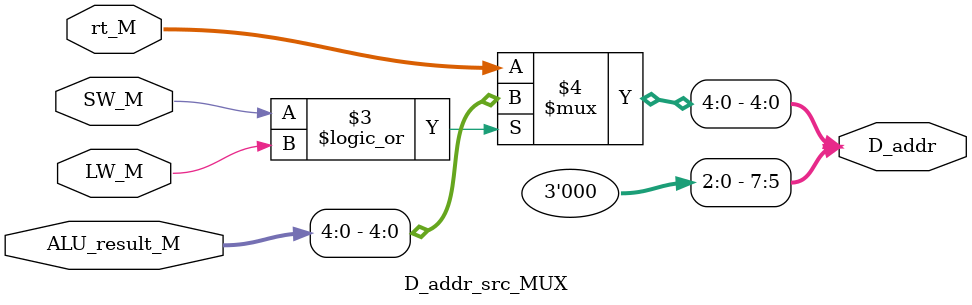
<source format=v>
`timescale 1ns / 1ps

module D_addr_src_MUX
(
    input [63:0] ALU_result_M,
    input [4:0] rt_M,
    input LW_M,
    input SW_M,

    output [7:0] D_addr
);

    assign D_addr[4:0] = ((SW_M == 1) || (LW_M == 1)) ? ALU_result_M[4:0] : rt_M[4:0];
    assign D_addr[7:5] = 0;

endmodule
</source>
